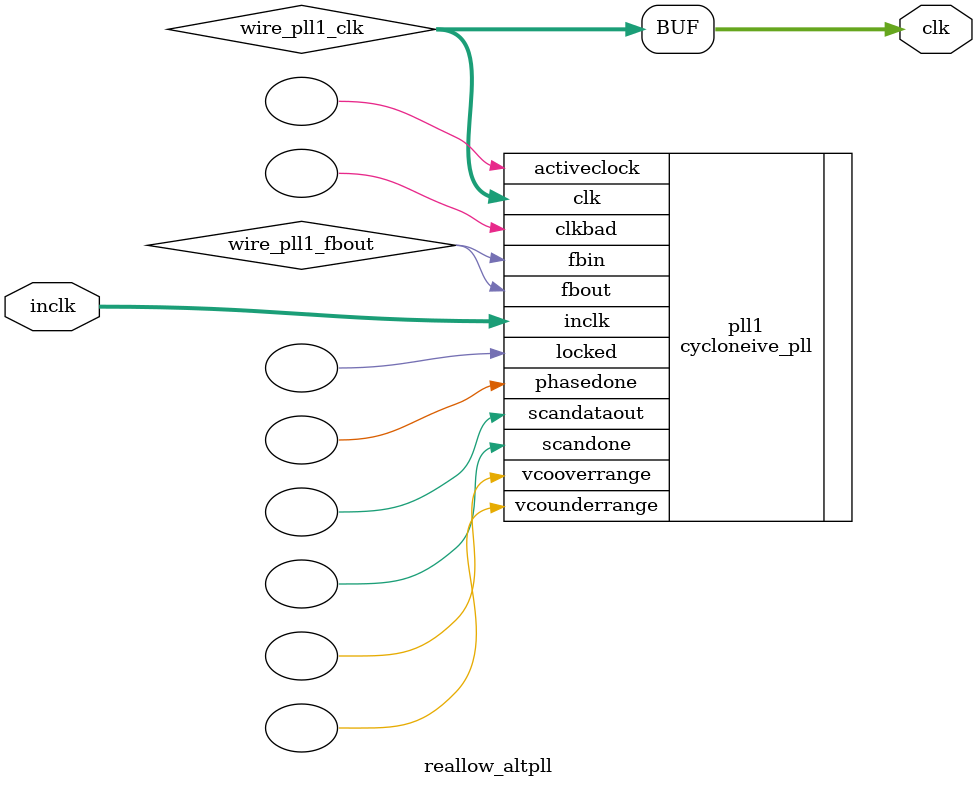
<source format=v>






//synthesis_resources = cycloneive_pll 1 
//synopsys translate_off
`timescale 1 ps / 1 ps
//synopsys translate_on
module  reallow_altpll
	( 
	clk,
	inclk) /* synthesis synthesis_clearbox=1 */;
	output   [4:0]  clk;
	input   [1:0]  inclk;
`ifndef ALTERA_RESERVED_QIS
// synopsys translate_off
`endif
	tri0   [1:0]  inclk;
`ifndef ALTERA_RESERVED_QIS
// synopsys translate_on
`endif

	wire  [4:0]   wire_pll1_clk;
	wire  wire_pll1_fbout;

	cycloneive_pll   pll1
	( 
	.activeclock(),
	.clk(wire_pll1_clk),
	.clkbad(),
	.fbin(wire_pll1_fbout),
	.fbout(wire_pll1_fbout),
	.inclk(inclk),
	.locked(),
	.phasedone(),
	.scandataout(),
	.scandone(),
	.vcooverrange(),
	.vcounderrange()
	`ifndef FORMAL_VERIFICATION
	// synopsys translate_off
	`endif
	,
	.areset(1'b0),
	.clkswitch(1'b0),
	.configupdate(1'b0),
	.pfdena(1'b1),
	.phasecounterselect({3{1'b0}}),
	.phasestep(1'b0),
	.phaseupdown(1'b0),
	.scanclk(1'b0),
	.scanclkena(1'b1),
	.scandata(1'b0)
	`ifndef FORMAL_VERIFICATION
	// synopsys translate_on
	`endif
	);
	defparam
		pll1.bandwidth_type = "auto",
		pll1.clk0_divide_by = 3125,
		pll1.clk0_duty_cycle = 50,
		pll1.clk0_multiply_by = 6,
		pll1.clk0_phase_shift = "0",
		pll1.compensate_clock = "clk0",
		pll1.inclk0_input_frequency = 20000,
		pll1.operation_mode = "normal",
		pll1.pll_type = "auto",
		pll1.lpm_type = "cycloneive_pll";
	assign
		clk = {wire_pll1_clk[4:0]};
endmodule //reallow_altpll
//VALID FILE

</source>
